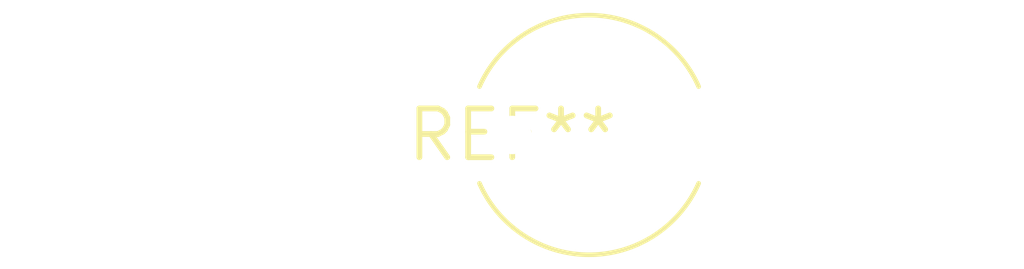
<source format=kicad_pcb>
(kicad_pcb (version 20240108) (generator pcbnew)
  (layers (0 "F.Cu" signal) (31 "B.Cu" signal) (34 "B.Paste" user) (35 "F.Paste" user) (36 "B.SilkS" user "B.Silkscreen") (37 "F.SilkS" user "F.Silkscreen") (38 "B.Mask" user) (39 "F.Mask" user) (44 "Edge.Cuts" user))
  (net 0 "")
  (footprint "L_Radial_D6.0mm_P4.00mm" (layer "F.Cu") (at 0 0)
    (property "Reference" "REF**")
    (property "Value" "L_Radial_D6.0mm_P4.00mm")
    (fp_arc (start -0.85426 -1.26) (mid 2 -3.12) (end 4.85426 -1.26) (layer "F.SilkS") (stroke (width 0.12)))
    (fp_arc (start 4.85426 1.26) (mid 2 3.12) (end -0.85426 1.26) (layer "F.SilkS") (stroke (width 0.12)))
    (pad "1" thru_hole circle (at 0 0) (size 2 2) (drill 1) (layers *.Cu *.Mask) (remove_unused_layers))
    (pad "2" thru_hole circle (at 4 0) (size 2 2) (drill 1) (layers *.Cu *.Mask) (remove_unused_layers))
  )
)
</source>
